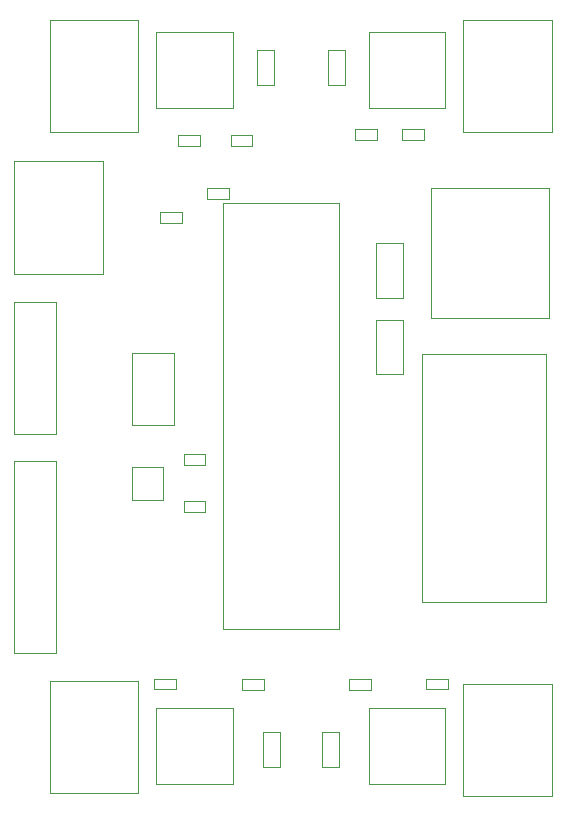
<source format=gbr>
G04 #@! TF.GenerationSoftware,KiCad,Pcbnew,8.0.0*
G04 #@! TF.CreationDate,2024-04-02T15:54:02-06:00*
G04 #@! TF.ProjectId,SimonSaysPCBDesign,53696d6f-6e53-4617-9973-504342446573,1.0*
G04 #@! TF.SameCoordinates,Original*
G04 #@! TF.FileFunction,Other,User*
%FSLAX46Y46*%
G04 Gerber Fmt 4.6, Leading zero omitted, Abs format (unit mm)*
G04 Created by KiCad (PCBNEW 8.0.0) date 2024-04-02 15:54:02*
%MOMM*%
%LPD*%
G01*
G04 APERTURE LIST*
%ADD10C,0.050000*%
G04 APERTURE END LIST*
D10*
X123610000Y-107040000D02*
X125430000Y-107040000D01*
X123610000Y-107960000D02*
X123610000Y-107040000D01*
X125430000Y-107040000D02*
X125430000Y-107960000D01*
X125430000Y-107960000D02*
X123610000Y-107960000D01*
X137230000Y-71805000D02*
X135770000Y-71805000D01*
X137230000Y-68845000D02*
X137230000Y-71805000D01*
X135770000Y-71805000D02*
X135770000Y-68845000D01*
X135770000Y-68845000D02*
X137230000Y-68845000D01*
X139875000Y-85175000D02*
X142175000Y-85175000D01*
X139875000Y-89775000D02*
X139875000Y-85175000D01*
X142175000Y-85175000D02*
X142175000Y-89775000D01*
X142175000Y-89775000D02*
X139875000Y-89775000D01*
X126900000Y-81750000D02*
X126900000Y-117850000D01*
X126900000Y-117850000D02*
X136700000Y-117850000D01*
X136700000Y-81750000D02*
X126900000Y-81750000D01*
X136700000Y-117850000D02*
X136700000Y-81750000D01*
X128560000Y-122030000D02*
X130420000Y-122030000D01*
X128560000Y-122970000D02*
X128560000Y-122030000D01*
X130420000Y-122030000D02*
X130420000Y-122970000D01*
X130420000Y-122970000D02*
X128560000Y-122970000D01*
X144500000Y-80500000D02*
X144500000Y-91500000D01*
X144500000Y-91500000D02*
X154500000Y-91500000D01*
X154500000Y-80500000D02*
X144500000Y-80500000D01*
X154500000Y-91500000D02*
X154500000Y-80500000D01*
X121580000Y-82530000D02*
X123440000Y-82530000D01*
X121580000Y-83470000D02*
X121580000Y-82530000D01*
X123440000Y-82530000D02*
X123440000Y-83470000D01*
X123440000Y-83470000D02*
X121580000Y-83470000D01*
X142060000Y-75530000D02*
X143920000Y-75530000D01*
X142060000Y-76470000D02*
X142060000Y-75530000D01*
X143920000Y-75530000D02*
X143920000Y-76470000D01*
X143920000Y-76470000D02*
X142060000Y-76470000D01*
X137580000Y-122030000D02*
X139440000Y-122030000D01*
X137580000Y-122970000D02*
X137580000Y-122030000D01*
X139440000Y-122030000D02*
X139440000Y-122970000D01*
X139440000Y-122970000D02*
X137580000Y-122970000D01*
X112250000Y-66250000D02*
X112500000Y-66250000D01*
X112250000Y-66500000D02*
X112250000Y-66250000D01*
X112250000Y-75500000D02*
X112250000Y-66500000D01*
X112250000Y-75750000D02*
X112250000Y-75500000D01*
X112500000Y-66250000D02*
X119500000Y-66250000D01*
X112500000Y-75750000D02*
X112250000Y-75750000D01*
X119500000Y-75750000D02*
X112500000Y-75750000D01*
X119500000Y-75750000D02*
X119750000Y-75750000D01*
X119750000Y-66250000D02*
X119500000Y-66250000D01*
X119750000Y-66500000D02*
X119750000Y-66250000D01*
X119750000Y-66500000D02*
X119750000Y-75500000D01*
X119750000Y-75750000D02*
X119750000Y-75500000D01*
X123590000Y-103040000D02*
X125410000Y-103040000D01*
X123590000Y-103960000D02*
X123590000Y-103040000D01*
X125410000Y-103040000D02*
X125410000Y-103960000D01*
X125410000Y-103960000D02*
X123590000Y-103960000D01*
X138110000Y-75540000D02*
X139930000Y-75540000D01*
X138110000Y-76460000D02*
X138110000Y-75540000D01*
X139930000Y-75540000D02*
X139930000Y-76460000D01*
X139930000Y-76460000D02*
X138110000Y-76460000D01*
X125590000Y-80540000D02*
X127410000Y-80540000D01*
X125590000Y-81460000D02*
X125590000Y-80540000D01*
X127410000Y-80540000D02*
X127410000Y-81460000D01*
X127410000Y-81460000D02*
X125590000Y-81460000D01*
X139875000Y-91675000D02*
X142175000Y-91675000D01*
X139875000Y-96275000D02*
X139875000Y-91675000D01*
X142175000Y-91675000D02*
X142175000Y-96275000D01*
X142175000Y-96275000D02*
X139875000Y-96275000D01*
X129390000Y-76960000D02*
X127570000Y-76960000D01*
X129390000Y-76040000D02*
X129390000Y-76960000D01*
X127570000Y-76960000D02*
X127570000Y-76040000D01*
X127570000Y-76040000D02*
X129390000Y-76040000D01*
X139250000Y-124540000D02*
X139250000Y-130990000D01*
X139250000Y-130990000D02*
X145750000Y-130990000D01*
X145750000Y-124540000D02*
X139250000Y-124540000D01*
X145750000Y-130990000D02*
X145750000Y-124540000D01*
X109200000Y-103580000D02*
X109200000Y-119880000D01*
X109200000Y-119880000D02*
X112800000Y-119880000D01*
X112800000Y-103580000D02*
X109200000Y-103580000D01*
X112800000Y-119880000D02*
X112800000Y-103580000D01*
X121250000Y-67260000D02*
X121250000Y-73710000D01*
X121250000Y-73710000D02*
X127750000Y-73710000D01*
X127750000Y-67260000D02*
X121250000Y-67260000D01*
X127750000Y-73710000D02*
X127750000Y-67260000D01*
X109200000Y-90160000D02*
X109200000Y-101360000D01*
X109200000Y-101360000D02*
X112800000Y-101360000D01*
X112800000Y-90160000D02*
X109200000Y-90160000D01*
X112800000Y-101360000D02*
X112800000Y-90160000D01*
X121250000Y-124500000D02*
X121250000Y-130950000D01*
X121250000Y-130950000D02*
X127750000Y-130950000D01*
X127750000Y-124500000D02*
X121250000Y-124500000D01*
X127750000Y-130950000D02*
X127750000Y-124500000D01*
X143750000Y-94590000D02*
X143750000Y-115550000D01*
X143750000Y-115550000D02*
X154250000Y-115550000D01*
X154250000Y-94590000D02*
X143750000Y-94590000D01*
X154250000Y-115550000D02*
X154250000Y-94590000D01*
X121090000Y-122040000D02*
X122910000Y-122040000D01*
X121090000Y-122960000D02*
X121090000Y-122040000D01*
X122910000Y-122040000D02*
X122910000Y-122960000D01*
X122910000Y-122960000D02*
X121090000Y-122960000D01*
X119200000Y-104100000D02*
X119200000Y-106900000D01*
X119200000Y-106900000D02*
X121800000Y-106900000D01*
X121800000Y-104100000D02*
X119200000Y-104100000D01*
X121800000Y-106900000D02*
X121800000Y-104100000D01*
X135270000Y-126520000D02*
X136730000Y-126520000D01*
X135270000Y-129480000D02*
X135270000Y-126520000D01*
X136730000Y-126520000D02*
X136730000Y-129480000D01*
X136730000Y-129480000D02*
X135270000Y-129480000D01*
X123080000Y-76030000D02*
X124940000Y-76030000D01*
X123080000Y-76970000D02*
X123080000Y-76030000D01*
X124940000Y-76030000D02*
X124940000Y-76970000D01*
X124940000Y-76970000D02*
X123080000Y-76970000D01*
X147250000Y-66250000D02*
X147500000Y-66250000D01*
X147250000Y-66500000D02*
X147250000Y-66250000D01*
X147250000Y-75500000D02*
X147250000Y-66500000D01*
X147250000Y-75750000D02*
X147250000Y-75500000D01*
X147500000Y-66250000D02*
X154500000Y-66250000D01*
X147500000Y-75750000D02*
X147250000Y-75750000D01*
X154500000Y-75750000D02*
X147500000Y-75750000D01*
X154500000Y-75750000D02*
X154750000Y-75750000D01*
X154750000Y-66250000D02*
X154500000Y-66250000D01*
X154750000Y-66500000D02*
X154750000Y-66250000D01*
X154750000Y-66500000D02*
X154750000Y-75500000D01*
X154750000Y-75750000D02*
X154750000Y-75500000D01*
X109250000Y-78250000D02*
X109500000Y-78250000D01*
X109250000Y-78500000D02*
X109250000Y-78250000D01*
X109250000Y-87500000D02*
X109250000Y-78500000D01*
X109250000Y-87750000D02*
X109250000Y-87500000D01*
X109500000Y-78250000D02*
X116500000Y-78250000D01*
X109500000Y-87750000D02*
X109250000Y-87750000D01*
X116500000Y-87750000D02*
X109500000Y-87750000D01*
X116500000Y-87750000D02*
X116750000Y-87750000D01*
X116750000Y-78250000D02*
X116500000Y-78250000D01*
X116750000Y-78500000D02*
X116750000Y-78250000D01*
X116750000Y-78500000D02*
X116750000Y-87500000D01*
X116750000Y-87750000D02*
X116750000Y-87500000D01*
X139250000Y-67290000D02*
X139250000Y-73740000D01*
X139250000Y-73740000D02*
X145750000Y-73740000D01*
X145750000Y-67290000D02*
X139250000Y-67290000D01*
X145750000Y-73740000D02*
X145750000Y-67290000D01*
X129770000Y-68845000D02*
X131230000Y-68845000D01*
X129770000Y-71805000D02*
X129770000Y-68845000D01*
X131230000Y-68845000D02*
X131230000Y-71805000D01*
X131230000Y-71805000D02*
X129770000Y-71805000D01*
X147250000Y-122500000D02*
X147500000Y-122500000D01*
X147250000Y-122750000D02*
X147250000Y-122500000D01*
X147250000Y-131750000D02*
X147250000Y-122750000D01*
X147250000Y-132000000D02*
X147250000Y-131750000D01*
X147500000Y-122500000D02*
X154500000Y-122500000D01*
X147500000Y-132000000D02*
X147250000Y-132000000D01*
X154500000Y-132000000D02*
X147500000Y-132000000D01*
X154500000Y-132000000D02*
X154750000Y-132000000D01*
X154750000Y-122500000D02*
X154500000Y-122500000D01*
X154750000Y-122750000D02*
X154750000Y-122500000D01*
X154750000Y-122750000D02*
X154750000Y-131750000D01*
X154750000Y-132000000D02*
X154750000Y-131750000D01*
X122800000Y-100600000D02*
X122800000Y-94450000D01*
X122800000Y-94450000D02*
X119200000Y-94450000D01*
X119200000Y-100600000D02*
X122800000Y-100600000D01*
X119200000Y-94450000D02*
X119200000Y-100600000D01*
X112250000Y-122250000D02*
X112250000Y-122500000D01*
X112250000Y-131500000D02*
X112250000Y-122500000D01*
X112250000Y-131500000D02*
X112250000Y-131750000D01*
X112250000Y-131750000D02*
X112500000Y-131750000D01*
X112500000Y-122250000D02*
X112250000Y-122250000D01*
X112500000Y-122250000D02*
X119500000Y-122250000D01*
X119500000Y-122250000D02*
X119750000Y-122250000D01*
X119500000Y-131750000D02*
X112500000Y-131750000D01*
X119750000Y-122250000D02*
X119750000Y-122500000D01*
X119750000Y-122500000D02*
X119750000Y-131500000D01*
X119750000Y-131500000D02*
X119750000Y-131750000D01*
X119750000Y-131750000D02*
X119500000Y-131750000D01*
X130270000Y-126520000D02*
X131730000Y-126520000D01*
X130270000Y-129480000D02*
X130270000Y-126520000D01*
X131730000Y-126520000D02*
X131730000Y-129480000D01*
X131730000Y-129480000D02*
X130270000Y-129480000D01*
X144110000Y-122040000D02*
X145930000Y-122040000D01*
X144110000Y-122960000D02*
X144110000Y-122040000D01*
X145930000Y-122040000D02*
X145930000Y-122960000D01*
X145930000Y-122960000D02*
X144110000Y-122960000D01*
M02*

</source>
